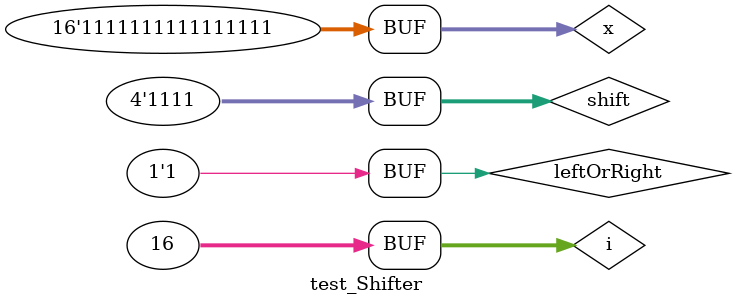
<source format=v>
module test_Shifter;
	reg [15:0] x; // 16bit 입력
	reg [3:0] shift; // 4bit shift & rotate 할 bit 개수 
	reg leftOrRight; // left 또는 right 결정
	wire [15:0] result; // 16bit 결과
	
	integer i;

	Shifter16_LR shift0(result, shift, leftOrRight, x); // 16bit LR Shifter
	//Rotator16_LR rotate0(result, shift, leftOrRight, x); // 16bit LR Rotator
	
	initial begin
		// shift & rotate right
		// 1~15bit shift 또는 rotate를 right 결과 모두 출력
		for (i = 1; i < 16; i = i + 1) begin
			#100
			shift = i;
			leftOrRight = 1'b0; // right set
			x = 16'hffff;
			//x = 16'h00ff;
		end
		
		#500
		
		// shift & rotate left
		// 1~15bit shift 또는 rotate를 left 모두 출력
		for (i = 1; i < 16; i = i + 1) begin
			#100
			shift = i;
			leftOrRight = 1'b1; // left set
			x = 16'hffff;
			//x = 16'h00ff;
		end
	end
endmodule 
</source>
